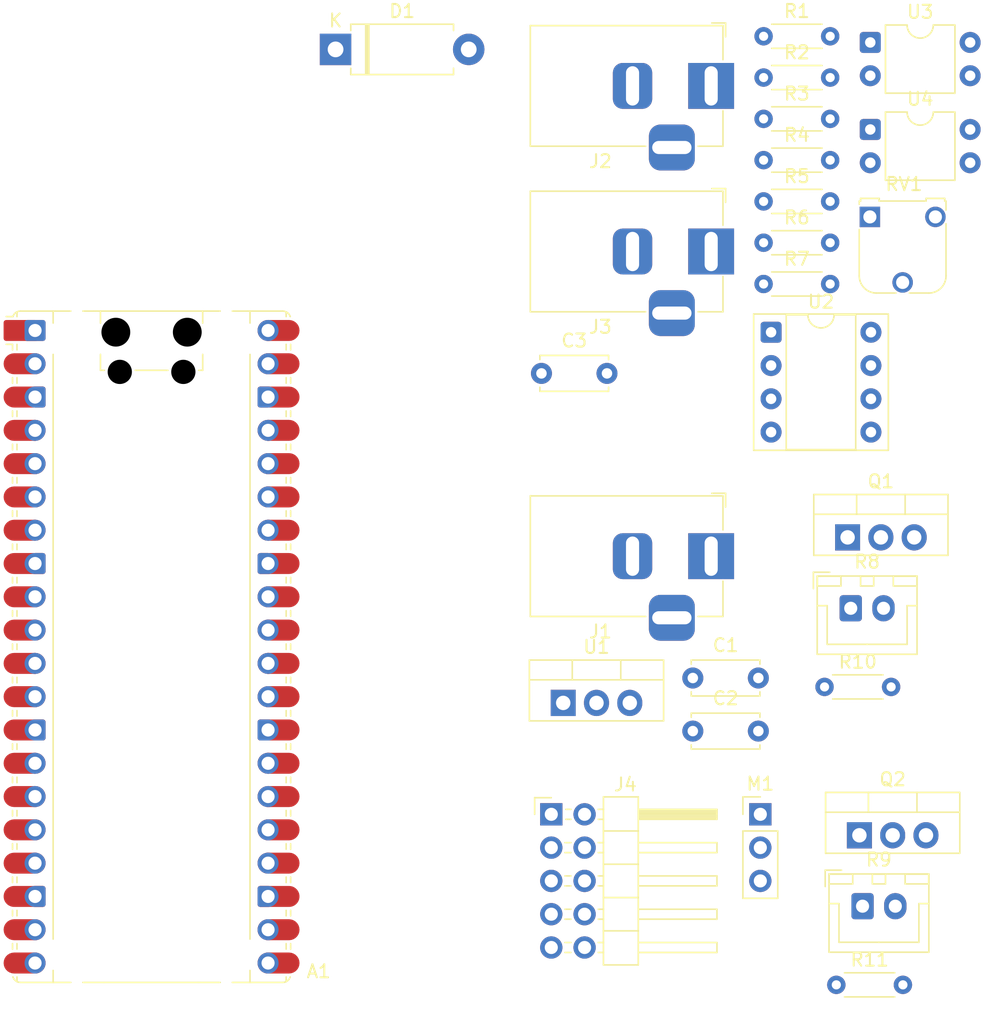
<source format=kicad_pcb>
(kicad_pcb (version 20241229) (generator "pcbnew") (generator_version "9.0")
  (layers (0 "F.Cu" signal) (2 "B.Cu" signal) (13 "F.Paste" user) (15 "B.Paste" user) (5 "F.SilkS" user "F.Silkscreen") (7 "B.SilkS" user "B.Silkscreen") (1 "F.Mask" user) (3 "B.Mask" user) (25 "Edge.Cuts" user))
  (net 0 "")
  (net 5 "/Processor/UI Right")
  (net 6 "/Processor/UI Select")
  (net 8 "/Processor/Servo Signal")
  (net 9 "/AsiAir Inputs/Gnd")
  (net 12 "/Processor/I2C SCK")
  (net 14 "/Flat Panel Output/PWM")
  (net 15 "/Processor/UI Up")
  (net 17 "/AsiAir Inputs/Dew Heater PWM")
  (net 18 "/Processor/UI Down")
  (net 20 "/Processor/I2C SDA")
  (net 21 "/AsiAir Inputs/Dew Heater Plugged In")
  (net 26 "/Dew Heater Output/PWM")
  (net 27 "Net-(A1-VSYS)")
  (net 29 "/AsiAir Inputs/3.3V")
  (net 31 "/Processor/UI Left")
  (net 33 "/AsiAir Inputs/Flat Panel PWM")
  (net 34 "/AsiAir Inputs/Flat Panel Plugged In")
  (net 35 "/AsiAir Inputs/12V")
  (net 36 "/Power Supply/5V")
  (net 38 "Net-(U2A-+)")
  (net 39 "Net-(U2B-+)")
  (net 40 "Net-(Q1-D)")
  (net 41 "Net-(Q2-D)")
  (net 42 "Net-(R1-Pad1)")
  (net 43 "Net-(R4-Pad2)")
  (net 44 "Net-(R5-Pad2)")
  (net 45 "Net-(U2A--)")
  (footprint "Package_DIP:DIP-4_W7.62mm" (layer "F.Cu") (at 101.904 33.764)
    (property "Reference" "U3" (at 3.81 -2.33 0) (layer "F.SilkS"))
    (property "Value" "PC817")
    (pad "1" thru_hole roundrect (at 0 0) (size 1.6 1.6) (drill 0.8) (layers "*.Cu" "*.Mask") (roundrect_rratio 0.15625) (net 43 "Net-(R4-Pad2)"))
    (pad "2" thru_hole circle (at 0 2.54) (size 1.6 1.6) (drill 0.8) (layers "*.Cu" "*.Mask") (net 9 "/AsiAir Inputs/Gnd"))
    (pad "3" thru_hole circle (at 7.62 2.54) (size 1.6 1.6) (drill 0.8) (layers "*.Cu" "*.Mask") (net 33 "/AsiAir Inputs/Flat Panel PWM"))
    (pad "4" thru_hole circle (at 7.62 0) (size 1.6 1.6) (drill 0.8) (layers "*.Cu" "*.Mask") (net 29 "/AsiAir Inputs/3.3V"))
  )
  (footprint "Capacitor_THT:C_Disc_D5.0mm_W2.5mm_P5.00mm" (layer "F.Cu") (at 88.364 86.304)
    (property "Reference" "C2" (at 2.5 -2.5 0) (layer "F.SilkS"))
    (property "Value" ".1uF")
    (pad "1" thru_hole circle (at 0 0) (size 1.6 1.6) (drill 0.8) (layers "*.Cu" "*.Mask") (net 36 "/Power Supply/5V"))
    (pad "2" thru_hole circle (at 5 0) (size 1.6 1.6) (drill 0.8) (layers "*.Cu" "*.Mask") (net 9 "/AsiAir Inputs/Gnd"))
  )
  (footprint "Module:RaspberryPi_Pico_Common_Unspecified" (layer "F.Cu") (at 47.064 79.869)
    (property "Reference" "A1" (at 11.7475 24.765 0) (layer "F.SilkS") (effects (justify left)))
    (property "Value" "RaspberryPi_Pico")
    (pad "" np_thru_hole circle (at -2.725 -24) (size 2.2 2.2) (drill 2.2) (layers "*.Mask"))
    (pad "" np_thru_hole circle (at -2.425 -20.97) (size 1.85 1.85) (drill 1.85) (layers "*.Mask"))
    (pad "" np_thru_hole circle (at 2.425 -20.97) (size 1.85 1.85) (drill 1.85) (layers "*.Mask"))
    (pad "" np_thru_hole circle (at 2.725 -24) (size 2.2 2.2) (drill 2.2) (layers "*.Mask"))
    (pad "1" smd custom (at -9.69 -24.13) (size 1.6 0.8) (layers "F.Cu" "F.Mask") (options (clearance outline) (anchor rect)) (primitives (gr_circle (center 0.8 0) (end 1.6 0) (width 0) (fill yes)) (gr_poly (pts (xy -1.6 -0.6) (xy -1.6 0.6) (xy -1.4 0.8) (xy 0.8 0.8) (xy 0.8 -0.8) (xy -1.4 -0.8)) (width 0) (fill yes)) (gr_circle (center -1.4 -0.6) (end -1.2 -0.6) (width 0) (fill yes)) (gr_circle (center -1.4 0.6) (end -1.2 0.6) (width 0) (fill yes))))
    (pad "1" thru_hole roundrect (at -8.89 -24.13) (size 1.6 1.6) (drill 1) (layers "*.Cu" "*.Mask") (roundrect_rratio 0.125))
    (pad "2" smd roundrect (at -9.69 -21.59) (size 3.2 1.6) (layers "F.Cu" "F.Mask") (roundrect_rratio 0.5))
    (pad "2" thru_hole circle (at -8.89 -21.59) (size 1.6 1.6) (drill 1) (layers "*.Cu" "*.Mask"))
    (pad "3" smd custom (at -9.69 -19.05) (size 1.6 0.8) (layers "F.Cu" "F.Mask") (net 9 "/AsiAir Inputs/Gnd") (options (clearance outline) (anchor rect)) (primitives (gr_circle (center -0.8 0) (end 0 0) (width 0) (fill yes)) (gr_poly (pts (xy 1.6 -0.6) (xy 1.6 0.6) (xy 1.4 0.8) (xy -0.8 0.8) (xy -0.8 -0.8) (xy 1.4 -0.8)) (width 0) (fill yes)) (gr_circle (center 1.4 -0.6) (end 1.6 -0.6) (width 0) (fill yes)) (gr_circle (center 1.4 0.6) (end 1.6 0.6) (width 0) (fill yes))))
    (pad "3" thru_hole custom (at -8.89 -19.05) (size 1.6 1.6) (drill 1) (layers "*.Cu" "*.Mask") (net 9 "/AsiAir Inputs/Gnd") (options (clearance outline) (anchor circle)) (primitives (gr_poly (pts (xy 0.8 0.6) (xy 0.8 -0.6) (xy 0.6 -0.8) (xy 0 -0.8) (xy 0 0.8) (xy 0.6 0.8)) (width 0) (fill yes)) (gr_circle (center 0.6 0.6) (end 0.8 0.6) (width 0) (fill yes)) (gr_circle (center 0.6 -0.6) (end 0.8 -0.6) (width 0) (fill yes))))
    (pad "4" smd roundrect (at -9.69 -16.51) (size 3.2 1.6) (layers "F.Cu" "F.Mask") (roundrect_rratio 0.5) (net 34 "/AsiAir Inputs/Flat Panel Plugged In"))
    (pad "4" thru_hole circle (at -8.89 -16.51) (size 1.6 1.6) (drill 1) (layers "*.Cu" "*.Mask") (net 34 "/AsiAir Inputs/Flat Panel Plugged In"))
    (pad "5" smd roundrect (at -9.69 -13.97) (size 3.2 1.6) (layers "F.Cu" "F.Mask") (roundrect_rratio 0.5) (net 21 "/AsiAir Inputs/Dew Heater Plugged In"))
    (pad "5" thru_hole circle (at -8.89 -13.97) (size 1.6 1.6) (drill 1) (layers "*.Cu" "*.Mask") (net 21 "/AsiAir Inputs/Dew Heater Plugged In"))
    (pad "6" smd roundrect (at -9.69 -11.43) (size 3.2 1.6) (layers "F.Cu" "F.Mask") (roundrect_rratio 0.5) (net 20 "/Processor/I2C SDA"))
    (pad "6" thru_hole circle (at -8.89 -11.43) (size 1.6 1.6) (drill 1) (layers "*.Cu" "*.Mask") (net 20 "/Processor/I2C SDA"))
    (pad "7" smd roundrect (at -9.69 -8.89) (size 3.2 1.6) (layers "F.Cu" "F.Mask") (roundrect_rratio 0.5) (net 12 "/Processor/I2C SCK"))
    (pad "7" thru_hole circle (at -8.89 -8.89) (size 1.6 1.6) (drill 1) (layers "*.Cu" "*.Mask") (net 12 "/Processor/I2C SCK"))
    (pad "8" smd custom (at -9.69 -6.35) (size 1.6 0.8) (layers "F.Cu" "F.Mask") (net 9 "/AsiAir Inputs/Gnd") (options (clearance outline) (anchor rect)) (primitives (gr_circle (center -0.8 0) (end 0 0) (width 0) (fill yes)) (gr_poly (pts (xy 1.6 -0.6) (xy 1.6 0.6) (xy 1.4 0.8) (xy -0.8 0.8) (xy -0.8 -0.8) (xy 1.4 -0.8)) (width 0) (fill yes)) (gr_circle (center 1.4 -0.6) (end 1.6 -0.6) (width 0) (fill yes)) (gr_circle (center 1.4 0.6) (end 1.6 0.6) (width 0) (fill yes))))
    (pad "8" thru_hole custom (at -8.89 -6.35) (size 1.6 1.6) (drill 1) (layers "*.Cu" "*.Mask") (net 9 "/AsiAir Inputs/Gnd") (options (clearance outline) (anchor circle)) (primitives (gr_poly (pts (xy 0.8 0.6) (xy 0.8 -0.6) (xy 0.6 -0.8) (xy 0 -0.8) (xy 0 0.8) (xy 0.6 0.8)) (width 0) (fill yes)) (gr_circle (center 0.6 0.6) (end 0.8 0.6) (width 0) (fill yes)) (gr_circle (center 0.6 -0.6) (end 0.8 -0.6) (width 0) (fill yes))))
    (pad "9" smd roundrect (at -9.69 -3.81) (size 3.2 1.6) (layers "F.Cu" "F.Mask") (roundrect_rratio 0.5) (net 14 "/Flat Panel Output/PWM"))
    (pad "9" thru_hole circle (at -8.89 -3.81) (size 1.6 1.6) (drill 1) (layers "*.Cu" "*.Mask") (net 14 "/Flat Panel Output/PWM"))
    (pad "10" smd roundrect (at -9.69 -1.27) (size 3.2 1.6) (layers "F.Cu" "F.Mask") (roundrect_rratio 0.5) (net 26 "/Dew Heater Output/PWM"))
    (pad "10" thru_hole circle (at -8.89 -1.27) (size 1.6 1.6) (drill 1) (layers "*.Cu" "*.Mask") (net 26 "/Dew Heater Output/PWM"))
    (pad "11" smd roundrect (at -9.69 1.27) (size 3.2 1.6) (layers "F.Cu" "F.Mask") (roundrect_rratio 0.5) (net 8 "/Processor/Servo Signal"))
    (pad "11" thru_hole circle (at -8.89 1.27) (size 1.6 1.6) (drill 1) (layers "*.Cu" "*.Mask") (net 8 "/Processor/Servo Signal"))
    (pad "12" smd roundrect (at -9.69 3.81) (size 3.2 1.6) (layers "F.Cu" "F.Mask") (roundrect_rratio 0.5))
    (pad "12" thru_hole circle (at -8.89 3.81) (size 1.6 1.6) (drill 1) (layers "*.Cu" "*.Mask"))
    (pad "13" smd custom (at -9.69 6.35) (size 1.6 0.8) (layers "F.Cu" "F.Mask") (net 9 "/AsiAir Inputs/Gnd") (options (clearance outline) (anchor rect)) (primitives (gr_circle (center -0.8 0) (end 0 0) (width 0) (fill yes)) (gr_poly (pts (xy 1.6 -0.6) (xy 1.6 0.6) (xy 1.4 0.8) (xy -0.8 0.8) (xy -0.8 -0.8) (xy 1.4 -0.8)) (width 0) (fill yes)) (gr_circle (center 1.4 -0.6) (end 1.6 -0.6) (width 0) (fill yes)) (gr_circle (center 1.4 0.6) (end 1.6 0.6) (width 0) (fill yes))))
    (pad "13" thru_hole custom (at -8.89 6.35) (size 1.6 1.6) (drill 1) (layers "*.Cu" "*.Mask") (net 9 "/AsiAir Inputs/Gnd") (options (clearance outline) (anchor circle)) (primitives (gr_poly (pts (xy 0.8 0.6) (xy 0.8 -0.6) (xy 0.6 -0.8) (xy 0 -0.8) (xy 0 0.8) (xy 0.6 0.8)) (width 0) (fill yes)) (gr_circle (center 0.6 0.6) (end 0.8 0.6) (width 0) (fill yes)) (gr_circle (center 0.6 -0.6) (end 0.8 -0.6) (width 0) (fill yes))))
    (pad "14" smd roundrect (at -9.69 8.89) (size 3.2 1.6) (layers "F.Cu" "F.Mask") (roundrect_rratio 0.5) (net 33 "/AsiAir Inputs/Flat Panel PWM"))
    (pad "14" thru_hole circle (at -8.89 8.89) (size 1.6 1.6) (drill 1) (layers "*.Cu" "*.Mask") (net 33 "/AsiAir Inputs/Flat Panel PWM"))
    (pad "15" smd roundrect (at -9.69 11.43) (size 3.2 1.6) (layers "F.Cu" "F.Mask") (roundrect_rratio 0.5) (net 17 "/AsiAir Inputs/Dew Heater PWM"))
    (pad "15" thru_hole circle (at -8.89 11.43) (size 1.6 1.6) (drill 1) (layers "*.Cu" "*.Mask") (net 17 "/AsiAir Inputs/Dew Heater PWM"))
    (pad "16" smd roundrect (at -9.69 13.97) (size 3.2 1.6) (layers "F.Cu" "F.Mask") (roundrect_rratio 0.5))
    (pad "16" thru_hole circle (at -8.89 13.97) (size 1.6 1.6) (drill 1) (layers "*.Cu" "*.Mask"))
    (pad "17" smd roundrect (at -9.69 16.51) (size 3.2 1.6) (layers "F.Cu" "F.Mask") (roundrect_rratio 0.5))
    (pad "17" thru_hole circle (at -8.89 16.51) (size 1.6 1.6) (drill 1) (layers "*.Cu" "*.Mask"))
    (pad "18" smd custom (at -9.69 19.05) (size 1.6 0.8) (layers "F.Cu" "F.Mask") (net 9 "/AsiAir Inputs/Gnd") (options (clearance outline) (anchor rect)) (primitives (gr_circle (center -0.8 0) (end 0 0) (width 0) (fill yes)) (gr_poly (pts (xy 1.6 -0.6) (xy 1.6 0.6) (xy 1.4 0.8) (xy -0.8 0.8) (xy -0.8 -0.8) (xy 1.4 -0.8)) (width 0) (fill yes)) (gr_circle (center 1.4 -0.6) (end 1.6 -0.6) (width 0) (fill yes)) (gr_circle (center 1.4 0.6) (end 1.6 0.6) (width 0) (fill yes))))
    (pad "18" thru_hole custom (at -8.89 19.05) (size 1.6 1.6) (drill 1) (layers "*.Cu" "*.Mask") (net 9 "/AsiAir Inputs/Gnd") (options (clearance outline) (anchor circle)) (primitives (gr_poly (pts (xy 0.8 0.6) (xy 0.8 -0.6) (xy 0.6 -0.8) (xy 0 -0.8) (xy 0 0.8) (xy 0.6 0.8)) (width 0) (fill yes)) (gr_circle (center 0.6 0.6) (end 0.8 0.6) (width 0) (fill yes)) (gr_circle (center 0.6 -0.6) (end 0.8 -0.6) (width 0) (fill yes))))
    (pad "19" smd roundrect (at -9.69 21.59) (size 3.2 1.6) (layers "F.Cu" "F.Mask") (roundrect_rratio 0.5) (net 15 "/Processor/UI Up"))
    (pad "19" thru_hole circle (at -8.89 21.59) (size 1.6 1.6) (drill 1) (layers "*.Cu" "*.Mask") (net 15 "/Processor/UI Up"))
    (pad "20" smd roundrect (at -9.69 24.13) (size 3.2 1.6) (layers "F.Cu" "F.Mask") (roundrect_rratio 0.5) (net 18 "/Processor/UI Down"))
    (pad "20" thru_hole circle (at -8.89 24.13) (size 1.6 1.6) (drill 1) (layers "*.Cu" "*.Mask") (net 18 "/Processor/UI Down"))
    (pad "21" thru_hole circle (at 8.89 24.13) (size 1.6 1.6) (drill 1) (layers "*.Cu" "*.Mask"))
    (pad "21" smd roundrect (at 9.69 24.13) (size 3.2 1.6) (layers "F.Cu" "F.Mask") (roundrect_rratio 0.5))
    (pad "22" thru_hole circle (at 8.89 21.59) (size 1.6 1.6) (drill 1) (layers "*.Cu" "*.Mask"))
    (pad "22" smd roundrect (at 9.69 21.59) (size 3.2 1.6) (layers "F.Cu" "F.Mask") (roundrect_rratio 0.5))
    (pad "23" thru_hole custom (at 8.89 19.05) (size 1.6 1.6) (drill 1) (layers "*.Cu" "*.Mask") (net 9 "/AsiAir Inputs/Gnd") (options (clearance outline) (anchor circle)) (primitives (gr_poly (pts (xy -0.8 0.6) (xy -0.8 -0.6) (xy -0.6 -0.8) (xy 0 -0.8) (xy 0 0.8) (xy -0.6 0.8)) (width 0) (fill yes)) (gr_circle (center -0.6 0.6) (end -0.4 0.6) (width 0) (fill yes)) (gr_circle (center -0.6 -0.6) (end -0.4 -0.6) (width 0) (fill yes))))
    (pad "23" smd custom (at 9.69 19.05) (size 1.6 0.8) (layers "F.Cu" "F.Mask") (net 9 "/AsiAir Inputs/Gnd") (options (clearance outline) (anchor rect)) (primitives (gr_circle (center 0.8 0) (end 1.6 0) (width 0) (fill yes)) (gr_poly (pts (xy -1.6 -0.6) (xy -1.6 0.6) (xy -1.4 0.8) (xy 0.8 0.8) (xy 0.8 -0.8) (xy -1.4 -0.8)) (width 0) (fill yes)) (gr_circle (center -1.4 -0.6) (end -1.2 -0.6) (width 0) (fill yes)) (gr_circle (center -1.4 0.6) (end -1.2 0.6) (width 0) (fill yes))))
    (pad "24" thru_hole circle (at 8.89 16.51) (size 1.6 1.6) (drill 1) (layers "*.Cu" "*.Mask"))
    (pad "24" smd roundrect (at 9.69 16.51) (size 3.2 1.6) (layers "F.Cu" "F.Mask") (roundrect_rratio 0.5))
    (pad "25" thru_hole circle (at 8.89 13.97) (size 1.6 1.6) (drill 1) (layers "*.Cu" "*.Mask"))
    (pad "25" smd roundrect (at 9.69 13.97) (size 3.2 1.6) (layers "F.Cu" "F.Mask") (roundrect_rratio 0.5))
    (pad "26" thru_hole circle (at 8.89 11.43) (size 1.6 1.6) (drill 1) (layers "*.Cu" "*.Mask") (net 31 "/Processor/UI Left"))
    (pad "26" smd roundrect (at 9.69 11.43) (size 3.2 1.6) (layers "F.Cu" "F.Mask") (roundrect_rratio 0.5) (net 31 "/Processor/UI Left"))
    (pad "27" thru_hole circle (at 8.89 8.89) (size 1.6 1.6) (drill 1) (layers "*.Cu" "*.Mask") (net 5 "/Processor/UI Right"))
    (pad "27" smd roundrect (at 9.69 8.89) (size 3.2 1.6) (layers "F.Cu" "F.Mask") (roundrect_rratio 0.5) (net 5 "/Processor/UI Right"))
    (pad "28" thru_hole custom (at 8.89 6.35) (size 1.6 1.6) (drill 1) (layers "*.Cu" "*.Mask") (net 9 "/AsiAir Inputs/Gnd") (options (clearance outline) (anchor circle)) (primitives (gr_poly (pts (xy -0.8 0.6) (xy -0.8 -0.6) (xy -0.6 -0.8) (xy 0 -0.8) (xy 0 0.8) (xy -0.6 0.8)) (width 0) (fill yes)) (gr_circle (center -0.6 0.6) (end -0.4 0.6) (width 0) (fill yes)) (gr_circle (center -0.6 -0.6) (end -0.4 -0.6) (width 0) (fill yes))))
    (pad "28" smd custom (at 9.69 6.35) (size 1.6 0.8) (layers "F.Cu" "F.Mask") (net 9 "/AsiAir Inputs/Gnd") (options (clearance outline) (anchor rect)) (primitives (gr_circle (center 0.8 0) (end 1.6 0) (width 0) (fill yes)) (gr_poly (pts (xy -1.6 -0.6) (xy -1.6 0.6) (xy -1.4 0.8) (xy 0.8 0.8) (xy 0.8 -0.8) (xy -1.4 -0.8)) (width 0) (fill yes)) (gr_circle (center -1.4 -0.6) (end -1.2 -0.6) (width 0) (fill yes)) (gr_circle (center -1.4 0.6) (end -1.2 0.6) (width 0) (fill yes))))
    (pad "29" thru_hole circle (at 8.89 3.81) (size 1.6 1.6) (drill 1) (layers "*.Cu" "*.Mask") (net 6 "/Processor/UI Select"))
    (pad "29" smd roundrect (at 9.69 3.81) (size 3.2 1.6) (layers "F.Cu" "F.Mask") (roundrect_rratio 0.5) (net 6 "/Processor/UI Select"))
    (pad "30" thru_hole circle (at 8.89 1.27) (size 1.6 1.6) (drill 1) (layers "*.Cu" "*.Mask"))
    (pad "30" smd roundrect (at 9.69 1.27) (size 3.2 1.6) (layers "F.Cu" "F.Mask") (roundrect_rratio 0.5))
    (pad "31" thru_hole circle (at 8.89 -1.27) (size 1.6 1.6) (drill 1) (layers "*.Cu" "*.Mask"))
    (pad "31" smd roundrect (at 9.69 -1.27) (size 3.2 1.6) (layers "F.Cu" "F.Mask") (roundrect_rratio 0.5))
    (pad "32" thru_hole circle (at 8.89 -3.81) (size 1.6 1.6) (drill 1) (layers "*.Cu" "*.Mask"))
    (pad "32" smd roundrect (at 9.69 -3.81) (size 3.2 1.6) (layers "F.Cu" "F.Mask") (roundrect_rratio 0.5))
    (pad "33" thru_hole custom (at 8.89 -6.35) (size 1.6 1.6) (drill 1) (layers "*.Cu" "*.Mask") (options (clearance outline) (anchor circle)) (primitives (gr_poly (pts (xy -0.8 0.6) (xy -0.8 -0.6) (xy -0.6 -0.8) (xy 0 -0.8) (xy 0 0.8) (xy -0.6 0.8)) (width 0) (fill yes)) (gr_circle (center -0.6 0.6) (end -0.4 0.6) (width 0) (fill yes)) (gr_circle (center -0.6 -0.6) (end -0.4 -0.6) (width 0) (fill yes))))
    (pad "33" smd custom (at 9.69 -6.35) (size 1.6 0.8) (layers "F.Cu" "F.Mask") (options (clearance outline) (anchor rect)) (primitives (gr_circle (center 0.8 0) (end 1.6 0) (width 0) (fill yes)) (gr_poly (pts (xy -1.6 -0.6) (xy -1.6 0.6) (xy -1.4 0.8) (xy 0.8 0.8) (xy 0.8 -0.8) (xy -1.4 -0.8)) (width 0) (fill yes)) (gr_circle (center -1.4 -0.6) (end -1.2 -0.6) (width 0) (fill yes)) (gr_circle (center -1.4 0.6) (end -1.2 0.6) (width 0) (fill yes))))
    (pad "34" thru_hole circle (at 8.89 -8.89) (size 1.6 1.6) (drill 1) (layers "*.Cu" "*.Mask"))
    (pad "34" smd roundrect (at 9.69 -8.89) (size 3.2 1.6) (layers "F.Cu" "F.Mask") (roundrect_rratio 0.5))
    (pad "35" thru_hole circle (at 8.89 -11.43) (size 1.6 1.6) (drill 1) (layers "*.Cu" "*.Mask"))
    (pad "35" smd roundrect (at 9.69 -11.43) (size 3.2 1.6) (layers "F.Cu" "F.Mask") (roundrect_rratio 0.5))
    (pad "36" thru_hole circle (at 8.89 -13.97) (size 1.6 1.6) (drill 1) (layers "*.Cu" "*.Mask") (net 29 "/AsiAir Inputs/3.3V"))
    (pad "36" smd roundrect (at 9.69 -13.97) (size 3.2 1.6) (layers "F.Cu" "F.Mask") (roundrect_rratio 0.5) (net 29 "/AsiAir Inputs/3.3V"))
    (pad "37" thru_hole circle (at 8.89 -16.51) (size 1.6 1.6) (drill 1) (layers "*.Cu" "*.Mask"))
    (pad "37" smd roundrect (at 9.69 -16.51) (size 3.2 1.6) (layers "F.Cu" "F.Mask") (roundrect_rratio 0.5))
    (pad "38" thru_hole custom (at 8.89 -19.05) (size 1.6 1.6) (drill 1) (layers "*.Cu" "*.Mask") (net 9 "/AsiAir Inputs/Gnd") (options (clearance outline) (anchor circle)) (primitives (gr_poly (pts (xy -0.8 0.6) (xy -0.8 -0.6) (xy -0.6 -0.8) (xy 0 -0.8) (xy 0 0.8) (xy -0.6 0.8)) (width 0) (fill yes)) (gr_circle (center -0.6 0.6) (end -0.4 0.6) (width 0) (fill yes)) (gr_circle (center -0.6 -0.6) (end -0.4 -0.6) (width 0) (fill yes))))
    (pad "38" smd custom (at 9.69 -19.05) (size 1.6 0.8) (layers "F.Cu" "F.Mask") (net 9 "/AsiAir Inputs/Gnd") (options (clearance outline) (anchor rect)) (primitives (gr_circle (center 0.8 0) (end 1.6 0) (width 0) (fill yes)) (gr_poly (pts (xy -1.6 -0.6) (xy -1.6 0.6) (xy -1.4 0.8) (xy 0.8 0.8) (xy 0.8 -0.8) (xy -1.4 -0.8)) (width 0) (fill yes)) (gr_circle (center -1.4 -0.6) (end -1.2 -0.6) (width 0) (fill yes)) (gr_circle (center -1.4 0.6) (end -1.2 0.6) (width 0) (fill yes))))
    (pad "39" thru_hole circle (at 8.89 -21.59) (size 1.6 1.6) (drill 1) (layers "*.Cu" "*.Mask") (net 27 "Net-(A1-VSYS)"))
    (pad "39" smd roundrect (at 9.69 -21.59) (size 3.2 1.6) (layers "F.Cu" "F.Mask") (roundrect_rratio 0.5) (net 27 "Net-(A1-VSYS)"))
    (pad "40" thru_hole circle (at 8.89 -24.13) (size 1.6 1.6) (drill 1) (layers "*.Cu" "*.Mask"))
    (pad "40" smd roundrect (at 9.69 -24.13) (size 3.2 1.6) (layers "F.Cu" "F.Mask") (roundrect_rratio 0.5))
  )
  (footprint "Connector_PinHeader_2.54mm:PinHeader_2x05_P2.54mm_Horizontal" (layer "F.Cu") (at 77.564 92.654)
    (property "Reference" "J4" (at 5.655 -2.27 0) (layer "F.SilkS"))
    (property "Value" "Conn_01x09_Pin")
    (pad "1" thru_hole rect (at 0 0) (size 1.7 1.7) (drill 1) (layers "*.Cu" "*.Mask") (net 9 "/AsiAir Inputs/Gnd"))
    (pad "2" thru_hole oval (at 2.54 0) (size 1.7 1.7) (drill 1) (layers "*.Cu" "*.Mask") (net 29 "/AsiAir Inputs/3.3V"))
    (pad "3" thru_hole oval (at 0 2.54) (size 1.7 1.7) (drill 1) (layers "*.Cu" "*.Mask") (net 20 "/Processor/I2C SDA"))
    (pad "4" thru_hole oval (at 2.54 2.54) (size 1.7 1.7) (drill 1) (layers "*.Cu" "*.Mask") (net 12 "/Processor/I2C SCK"))
    (pad "5" thru_hole oval (at 0 5.08) (size 1.7 1.7) (drill 1) (layers "*.Cu" "*.Mask") (net 5 "/Processor/UI Right"))
    (pad "6" thru_hole oval (at 2.54 5.08) (size 1.7 1.7) (drill 1) (layers "*.Cu" "*.Mask") (net 6 "/Processor/UI Select"))
    (pad "7" thru_hole oval (at 0 7.62) (size 1.7 1.7) (drill 1) (layers "*.Cu" "*.Mask") (net 15 "/Processor/UI Up"))
    (pad "8" thru_hole oval (at 2.54 7.62) (size 1.7 1.7) (drill 1) (layers "*.Cu" "*.Mask") (net 31 "/Processor/UI Left"))
    (pad "9" thru_hole oval (at 0 10.16) (size 1.7 1.7) (drill 1) (layers "*.Cu" "*.Mask") (net 18 "/Processor/UI Down"))
    (pad "10" thru_hole oval (at 2.54 10.16) (size 1.7 1.7) (drill 1) (layers "*.Cu" "*.Mask"))
  )
  (footprint "Diode_THT:D_DO-15_P10.16mm_Horizontal" (layer "F.Cu") (at 61.104 34.294)
    (property "Reference" "D1" (at 5.08 -2.92 0) (layer "F.SilkS"))
    (property "Value" "1N5817")
    (fp_text user "K" (at 0 -2.2 0) (layer "F.SilkS"))
    (pad "1" thru_hole rect (at 0 0) (size 2.4 2.4) (drill 1.2) (layers "*.Cu" "*.Mask") (net 27 "Net-(A1-VSYS)"))
    (pad "2" thru_hole oval (at 10.16 0) (size 2.4 2.4) (drill 1.2) (layers "*.Cu" "*.Mask") (net 36 "/Power Supply/5V"))
  )
  (footprint "Resistor_THT:R_Axial_DIN0204_L3.6mm_D1.6mm_P5.08mm_Horizontal" (layer "F.Cu") (at 93.764 42.744)
    (property "Reference" "R4" (at 2.54 -1.92 0) (layer "F.SilkS"))
    (property "Value" "10K")
    (pad "1" thru_hole circle (at 0 0) (size 1.4 1.4) (drill 0.7) (layers "*.Cu" "*.Mask") (net 35 "/AsiAir Inputs/12V"))
    (pad "2" thru_hole oval (at 5.08 0) (size 1.4 1.4) (drill 0.7) (layers "*.Cu" "*.Mask") (net 43 "Net-(R4-Pad2)"))
  )
  (footprint "Connector_BarrelJack:BarrelJack_Horizontal" (layer "F.Cu") (at 89.764 72.959)
    (property "Reference" "J1" (at -8.45 5.75 0) (layer "F.SilkS"))
    (property "Value" "Barrel_Jack_Switch")
    (pad "1" thru_hole rect (at 0 0) (size 3.5 3.5) (drill oval 1 3) (layers "*.Cu" "*.Mask") (net 35 "/AsiAir Inputs/12V"))
    (pad "2" thru_hole roundrect (at -6 0) (size 3 3.5) (drill oval 1 3) (layers "*.Cu" "*.Mask") (net 9 "/AsiAir Inputs/Gnd"))
    (pad "3" thru_hole roundrect (at -3 4.7) (size 3.5 3.5) (drill oval 3 1) (layers "*.Cu" "*.Mask"))
  )
  (footprint "Resistor_THT:R_Axial_DIN0204_L3.6mm_D1.6mm_P5.08mm_Horizontal" (layer "F.Cu") (at 93.764 45.894)
    (property "Reference" "R5" (at 2.54 -1.92 0) (layer "F.SilkS"))
    (property "Value" "10K")
    (pad "1" thru_hole circle (at 0 0) (size 1.4 1.4) (drill 0.7) (layers "*.Cu" "*.Mask") (net 35 "/AsiAir Inputs/12V"))
    (pad "2" thru_hole oval (at 5.08 0) (size 1.4 1.4) (drill 0.7) (layers "*.Cu" "*.Mask") (net 44 "Net-(R5-Pad2)"))
  )
  (footprint "Resistor_THT:R_Axial_DIN0204_L3.6mm_D1.6mm_P5.08mm_Horizontal" (layer "F.Cu") (at 93.764 49.044)
    (property "Reference" "R6" (at 2.54 -1.92 0) (layer "F.SilkS"))
    (property "Value" "10K")
    (pad "1" thru_hole circle (at 0 0) (size 1.4 1.4) (drill 0.7) (layers "*.Cu" "*.Mask") (net 33 "/AsiAir Inputs/Flat Panel PWM"))
    (pad "2" thru_hole oval (at 5.08 0) (size 1.4 1.4) (drill 0.7) (layers "*.Cu" "*.Mask") (net 9 "/AsiAir Inputs/Gnd"))
  )
  (footprint "Connector_JST:JST_XH_B2B-XH-A_1x02_P2.50mm_Vertical" (layer "F.Cu") (at 100.414 76.934)
    (property "Reference" "R8" (at 1.25 -3.55 0) (layer "F.SilkS"))
    (property "Value" "LOAD")
    (pad "1" thru_hole roundrect (at 0 0) (size 1.7 2) (drill 1) (layers "*.Cu" "*.Mask") (roundrect_rratio 0.147059) (net 35 "/AsiAir Inputs/12V"))
    (pad "2" thru_hole oval (at 2.5 0) (size 1.7 2) (drill 1) (layers "*.Cu" "*.Mask") (net 40 "Net-(Q1-D)"))
  )
  (footprint "Package_DIP:DIP-4_W7.62mm" (layer "F.Cu") (at 101.904 40.404)
    (property "Reference" "U4" (at 3.81 -2.33 0) (layer "F.SilkS"))
    (property "Value" "PC817")
    (pad "1" thru_hole roundrect (at 0 0) (size 1.6 1.6) (drill 0.8) (layers "*.Cu" "*.Mask") (roundrect_rratio 0.15625) (net 44 "Net-(R5-Pad2)"))
    (pad "2" thru_hole circle (at 0 2.54) (size 1.6 1.6) (drill 0.8) (layers "*.Cu" "*.Mask") (net 9 "/AsiAir Inputs/Gnd"))
    (pad "3" thru_hole circle (at 7.62 2.54) (size 1.6 1.6) (drill 0.8) (layers "*.Cu" "*.Mask") (net 17 "/AsiAir Inputs/Dew Heater PWM"))
    (pad "4" thru_hole circle (at 7.62 0) (size 1.6 1.6) (drill 0.8) (layers "*.Cu" "*.Mask") (net 29 "/AsiAir Inputs/3.3V"))
  )
  (footprint "Potentiometer_THT:Potentiometer_Runtron_RM-065_Vertical" (layer "F.Cu") (at 101.874 47.074)
    (property "Reference" "RV1" (at 2.6 -2.5 0) (layer "F.SilkS"))
    (property "Value" "2K")
    (pad "1" thru_hole rect (at 0 0) (size 1.56 1.56) (drill 1) (layers "*.Cu" "*.Mask") (net 35 "/AsiAir Inputs/12V"))
    (pad "2" thru_hole circle (at 2.5 5) (size 1.56 1.56) (drill 1) (layers "*.Cu" "*.Mask") (net 45 "Net-(U2A--)"))
    (pad "3" thru_hole circle (at 5 0) (size 1.56 1.56) (drill 1) (layers "*.Cu" "*.Mask") (net 42 "Net-(R1-Pad1)"))
  )
  (footprint "Connector_JST:JST_XH_B2B-XH-A_1x02_P2.50mm_Vertical" (layer "F.Cu") (at 101.314 99.664)
    (property "Reference" "R9" (at 1.25 -3.55 0) (layer "F.SilkS"))
    (property "Value" "LOAD")
    (pad "1" thru_hole roundrect (at 0 0) (size 1.7 2) (drill 1) (layers "*.Cu" "*.Mask") (roundrect_rratio 0.147059) (net 35 "/AsiAir Inputs/12V"))
    (pad "2" thru_hole oval (at 2.5 0) (size 1.7 2) (drill 1) (layers "*.Cu" "*.Mask") (net 41 "Net-(Q2-D)"))
  )
  (footprint "Capacitor_THT:C_Disc_D5.0mm_W2.5mm_P5.00mm" (layer "F.Cu") (at 76.814 59.014)
    (property "Reference" "C3" (at 2.5 -2.5 0) (layer "F.SilkS"))
    (property "Value" ".1uF")
    (pad "1" thru_hole circle (at 0 0) (size 1.6 1.6) (drill 0.8) (layers "*.Cu" "*.Mask") (net 35 "/AsiAir Inputs/12V"))
    (pad "2" thru_hole circle (at 5 0) (size 1.6 1.6) (drill 0.8) (layers "*.Cu" "*.Mask") (net 9 "/AsiAir Inputs/Gnd"))
  )
  (footprint "Resistor_THT:R_Axial_DIN0204_L3.6mm_D1.6mm_P5.08mm_Horizontal" (layer "F.Cu") (at 99.314 105.664)
    (property "Reference" "R11" (at 2.54 -1.92 0) (layer "F.SilkS"))
    (property "Value" "10K")
    (pad "1" thru_hole circle (at 0 0) (size 1.4 1.4) (drill 0.7) (layers "*.Cu" "*.Mask") (net 14 "/Flat Panel Output/PWM"))
    (pad "2" thru_hole oval (at 5.08 0) (size 1.4 1.4) (drill 0.7) (layers "*.Cu" "*.Mask") (net 9 "/AsiAir Inputs/Gnd"))
  )
  (footprint "Connector_BarrelJack:BarrelJack_Horizontal" (layer "F.Cu") (at 89.764 37.079)
    (property "Reference" "J2" (at -8.45 5.75 0) (layer "F.SilkS"))
    (property "Value" "Flat Panel PWM")
    (pad "1" thru_hole rect (at 0 0) (size 3.5 3.5) (drill oval 1 3) (layers "*.Cu" "*.Mask") (net 38 "Net-(U2A-+)"))
    (pad "2" thru_hole roundrect (at -6 0) (size 3 3.5) (drill oval 1 3) (layers "*.Cu" "*.Mask") (net 9 "/AsiAir Inputs/Gnd"))
    (pad "3" thru_hole roundrect (at -3 4.7) (size 3.5 3.5) (drill oval 3 1) (layers "*.Cu" "*.Mask") (net 34 "/AsiAir Inputs/Flat Panel Plugged In"))
  )
  (footprint "Resistor_THT:R_Axial_DIN0204_L3.6mm_D1.6mm_P5.08mm_Horizontal" (layer "F.Cu") (at 93.764 36.444)
    (property "Reference" "R2" (at 2.54 -1.92 0) (layer "F.SilkS"))
    (property "Value" "1K")
    (pad "1" thru_hole circle (at 0 0) (size 1.4 1.4) (drill 0.7) (layers "*.Cu" "*.Mask") (net 38 "Net-(U2A-+)"))
    (pad "2" thru_hole oval (at 5.08 0) (size 1.4 1.4) (drill 0.7) (layers "*.Cu" "*.Mask") (net 9 "/AsiAir Inputs/Gnd"))
  )
  (footprint "Package_DIP:DIP-8_W7.62mm_Socket" (layer "F.Cu") (at 94.334 55.874)
    (property "Reference" "U2" (at 3.81 -2.33 0) (layer "F.SilkS"))
    (property "Value" "LM393")
    (pad "1" thru_hole roundrect (at 0 0) (size 1.6 1.6) (drill 0.8) (layers "*.Cu" "*.Mask") (roundrect_rratio 0.15625) (net 43 "Net-(R4-Pad2)"))
    (pad "2" thru_hole circle (at 0 2.54) (size 1.6 1.6) (drill 0.8) (layers "*.Cu" "*.Mask") (net 45 "Net-(U2A--)"))
    (pad "3" thru_hole circle (at 0 5.08) (size 1.6 1.6) (drill 0.8) (layers "*.Cu" "*.Mask") (net 38 "Net-(U2A-+)"))
    (pad "4" thru_hole circle (at 0 7.62) (size 1.6 1.6) (drill 0.8) (layers "*.Cu" "*.Mask") (net 9 "/AsiAir Inputs/Gnd"))
    (pad "5" thru_hole circle (at 7.62 7.62) (size 1.6 1.6) (drill 0.8) (layers "*.Cu" "*.Mask") (net 39 "Net-(U2B-+)"))
    (pad "6" thru_hole circle (at 7.62 5.08) (size 1.6 1.6) (drill 0.8) (layers "*.Cu" "*.Mask") (net 45 "Net-(U2A--)"))
    (pad "7" thru_hole circle (at 7.62 2.54) (size 1.6 1.6) (drill 0.8) (layers "*.Cu" "*.Mask") (net 44 "Net-(R5-Pad2)"))
    (pad "8" thru_hole circle (at 7.62 0) (size 1.6 1.6) (drill 0.8) (layers "*.Cu" "*.Mask") (net 35 "/AsiAir Inputs/12V"))
  )
  (footprint "Resistor_THT:R_Axial_DIN0204_L3.6mm_D1.6mm_P5.08mm_Horizontal" (layer "F.Cu") (at 98.414 82.934)
    (property "Reference" "R10" (at 2.54 -1.92 0) (layer "F.SilkS"))
    (property "Value" "10K")
    (pad "1" thru_hole circle (at 0 0) (size 1.4 1.4) (drill 0.7) (layers "*.Cu" "*.Mask") (net 26 "/Dew Heater Output/PWM"))
    (pad "2" thru_hole oval (at 5.08 0) (size 1.4 1.4) (drill 0.7) (layers "*.Cu" "*.Mask") (net 9 "/AsiAir Inputs/Gnd"))
  )
  (footprint "Resistor_THT:R_Axial_DIN0204_L3.6mm_D1.6mm_P5.08mm_Horizontal" (layer "F.Cu") (at 93.764 39.594)
    (property "Reference" "R3" (at 2.54 -1.92 0) (layer "F.SilkS"))
    (property "Value" "1K")
    (pad "1" thru_hole circle (at 0 0) (size 1.4 1.4) (drill 0.7) (layers "*.Cu" "*.Mask") (net 39 "Net-(U2B-+)"))
    (pad "2" thru_hole oval (at 5.08 0) (size 1.4 1.4) (drill 0.7) (layers "*.Cu" "*.Mask") (net 9 "/AsiAir Inputs/Gnd"))
  )
  (footprint "Package_TO_SOT_THT:TO-220-3_Vertical" (layer "F.Cu") (at 78.474 84.154)
    (property "Reference" "U1" (at 2.54 -4.27 0) (layer "F.SilkS"))
    (property "Value" "L7805")
    (pad "1" thru_hole rect (at 0 0) (size 1.905 2) (drill 1.1) (layers "*.Cu" "*.Mask") (net 35 "/AsiAir Inputs/12V"))
    (pad "2" thru_hole oval (at 2.54 0) (size 1.905 2) (drill 1.1) (layers "*.Cu" "*.Mask") (net 9 "/AsiAir Inputs/Gnd"))
    (pad "3" thru_hole oval (at 5.08 0) (size 1.905 2) (drill 1.1) (layers "*.Cu" "*.Mask") (net 36 "/Power Supply/5V"))
  )
  (footprint "Resistor_THT:R_Axial_DIN0204_L3.6mm_D1.6mm_P5.08mm_Horizontal" (layer "F.Cu") (at 93.764 52.194)
    (property "Reference" "R7" (at 2.54 -1.92 0) (layer "F.SilkS"))
    (property "Value" "10K")
    (pad "1" thru_hole circle (at 0 0) (size 1.4 1.4) (drill 0.7) (layers "*.Cu" "*.Mask") (net 17 "/AsiAir Inputs/Dew Heater PWM"))
    (pad "2" thru_hole oval (at 5.08 0) (size 1.4 1.4) (drill 0.7) (layers "*.Cu" "*.Mask") (net 9 "/AsiAir Inputs/Gnd"))
  )
  (footprint "Capacitor_THT:C_Disc_D5.0mm_W2.5mm_P5.00mm" (layer "F.Cu") (at 88.364 82.254)
    (property "Reference" "C1" (at 2.5 -2.5 0) (layer "F.SilkS"))
    (property "Value" ".33uF")
    (pad "1" thru_hole circle (at 0 0) (size 1.6 1.6) (drill 0.8) (layers "*.Cu" "*.Mask") (net 35 "/AsiAir Inputs/12V"))
    (pad "2" thru_hole circle (at 5 0) (size 1.6 1.6) (drill 0.8) (layers "*.Cu" "*.Mask") (net 9 "/AsiAir Inputs/Gnd"))
  )
  (footprint "Resistor_THT:R_Axial_DIN0204_L3.6mm_D1.6mm_P5.08mm_Horizontal" (layer "F.Cu") (at 93.764 33.294)
    (property "Reference" "R1" (at 2.54 -1.92 0) (layer "F.SilkS"))
    (property "Value" "10K")
    (pad "1" thru_hole circle (at 0 0) (size 1.4 1.4) (drill 0.7) (layers "*.Cu" "*.Mask") (net 42 "Net-(R1-Pad1)"))
    (pad "2" thru_hole oval (at 5.08 0) (size 1.4 1.4) (drill 0.7) (layers "*.Cu" "*.Mask") (net 9 "/AsiAir Inputs/Gnd"))
  )
  (footprint "Connector_PinHeader_2.54mm:PinHeader_1x03_P2.54mm_Vertical" (layer "F.Cu") (at 93.514 92.654)
    (property "Reference" "M1" (at 0 -2.33 0) (layer "F.SilkS"))
    (property "Value" "Motor_Servo")
    (pad "1" thru_hole rect (at 0 0) (size 1.7 1.7) (drill 1) (layers "*.Cu" "*.Mask") (net 8 "/Processor/Servo Signal"))
    (pad "2" thru_hole oval (at 0 2.54) (size 1.7 1.7) (drill 1) (layers "*.Cu" "*.Mask") (net 36 "/Power Supply/5V"))
    (pad "3" thru_hole oval (at 0 5.08) (size 1.7 1.7) (drill 1) (layers "*.Cu" "*.Mask") (net 9 "/AsiAir Inputs/Gnd"))
  )
  (footprint "Package_TO_SOT_THT:TO-220-3_Vertical" (layer "F.Cu") (at 101.074 94.254)
    (property "Reference" "Q2" (at 2.54 -4.27 0) (layer "F.SilkS"))
    (property "Value" "IRLB8721PBF")
    (pad "1" thru_hole rect (at 0 0) (size 1.905 2) (drill 1.1) (layers "*.Cu" "*.Mask") (net 14 "/Flat Panel Output/PWM"))
    (pad "2" thru_hole oval (at 2.54 0) (size 1.905 2) (drill 1.1) (layers "*.Cu" "*.Mask") (net 41 "Net-(Q2-D)"))
    (pad "3" thru_hole oval (at 5.08 0) (size 1.905 2) (drill 1.1) (layers "*.Cu" "*.Mask") (net 9 "/AsiAir Inputs/Gnd"))
  )
  (footprint "Package_TO_SOT_THT:TO-220-3_Vertical" (layer "F.Cu") (at 100.174 71.524)
    (property "Reference" "Q1" (at 2.54 -4.27 0) (layer "F.SilkS"))
    (property "Value" "IRLB8721PBF")
    (pad "1" thru_hole rect (at 0 0) (size 1.905 2) (drill 1.1) (layers "*.Cu" "*.Mask") (net 26 "/Dew Heater Output/PWM"))
    (pad "2" thru_hole oval (at 2.54 0) (size 1.905 2) (drill 1.1) (layers "*.Cu" "*.Mask") (net 40 "Net-(Q1-D)"))
    (pad "3" thru_hole oval (at 5.08 0) (size 1.905 2) (drill 1.1) (layers "*.Cu" "*.Mask") (net 9 "/AsiAir Inputs/Gnd"))
  )
  (footprint "Connector_BarrelJack:BarrelJack_Horizontal" (layer "F.Cu") (at 89.764 49.714)
    (property "Reference" "J3" (at -8.45 5.75 0) (layer "F.SilkS"))
    (property "Value" "Dew Heater PWM")
    (pad "1" thru_hole rect (at 0 0) (size 3.5 3.5) (drill oval 1 3) (layers "*.Cu" "*.Mask") (net 39 "Net-(U2B-+)"))
    (pad "2" thru_hole roundrect (at -6 0) (size 3 3.5) (drill oval 1 3) (layers "*.Cu" "*.Mask") (net 9 "/AsiAir Inputs/Gnd"))
    (pad "3" thru_hole roundrect (at -3 4.7) (size 3.5 3.5) (drill oval 3 1) (layers "*.Cu" "*.Mask") (net 21 "/AsiAir Inputs/Dew Heater Plugged In"))
  )
)
</source>
